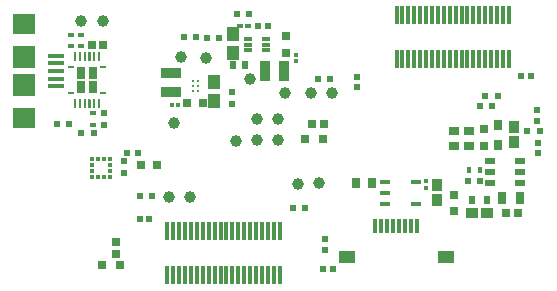
<source format=gtp>
G04*
G04 #@! TF.GenerationSoftware,Altium Limited,Altium Designer,23.3.1 (30)*
G04*
G04 Layer_Color=8421504*
%FSLAX44Y44*%
%MOMM*%
G71*
G04*
G04 #@! TF.SameCoordinates,0C8B1239-9648-4062-A48B-5DF8A2282461*
G04*
G04*
G04 #@! TF.FilePolarity,Positive*
G04*
G01*
G75*
%ADD18R,0.5250X0.2500*%
%ADD19R,0.8000X1.0000*%
%ADD20R,0.7000X0.8000*%
%ADD21R,0.4750X0.5000*%
%ADD22R,0.4682X0.4725*%
%ADD23C,1.0000*%
%ADD24R,0.5725X0.6153*%
%ADD25R,0.6000X0.5500*%
%ADD26R,0.7000X0.7000*%
%ADD27R,0.7000X0.7000*%
%ADD28R,1.0621X1.2578*%
%ADD29R,0.5000X0.6000*%
%ADD30R,0.5000X0.4500*%
%ADD31R,0.6600X0.3100*%
%ADD32R,0.5500X0.6500*%
%ADD33R,0.6000X0.5000*%
%ADD34R,0.9400X1.7300*%
%ADD35R,0.3000X0.3500*%
%ADD36R,0.3000X1.5000*%
%ADD37R,0.8500X0.7000*%
%ADD38R,0.6000X0.6000*%
%ADD39R,0.8000X0.9000*%
%ADD40R,0.9121X1.1311*%
%ADD41R,0.6000X0.5000*%
G04:AMPARAMS|DCode=42|XSize=0.55mm|YSize=0.8mm|CornerRadius=0.0495mm|HoleSize=0mm|Usage=FLASHONLY|Rotation=270.000|XOffset=0mm|YOffset=0mm|HoleType=Round|Shape=RoundedRectangle|*
%AMROUNDEDRECTD42*
21,1,0.5500,0.7010,0,0,270.0*
21,1,0.4510,0.8000,0,0,270.0*
1,1,0.0990,-0.3505,-0.2255*
1,1,0.0990,-0.3505,0.2255*
1,1,0.0990,0.3505,0.2255*
1,1,0.0990,0.3505,-0.2255*
%
%ADD42ROUNDEDRECTD42*%
%ADD43R,0.4000X0.6000*%
%ADD44R,0.5000X0.5000*%
%ADD45R,0.8000X1.0000*%
%ADD46R,0.6000X0.8000*%
%ADD47R,0.7154X0.6725*%
%ADD48R,1.1311X0.9121*%
%ADD49R,0.3000X1.2000*%
%ADD50R,1.4000X1.0000*%
%ADD51C,0.2300*%
%ADD52R,1.7300X0.9400*%
%ADD53R,0.3500X0.3000*%
%ADD54R,1.3500X0.4000*%
%ADD55R,1.9000X1.8000*%
%ADD56R,1.9000X1.9000*%
%ADD57R,0.6000X0.4000*%
%ADD58R,0.7596X0.7621*%
%ADD59R,0.5200X0.3200*%
%ADD60R,0.5000X0.5000*%
%ADD61R,0.3750X0.3500*%
%ADD62R,0.3500X0.3750*%
%ADD63R,0.6500X0.6500*%
%ADD64R,0.6500X0.6500*%
%ADD65R,0.8961X0.4572*%
%ADD66R,0.5500X0.6000*%
%ADD67R,0.7000X0.9000*%
G36*
X57000Y153500D02*
Y160500D01*
Y160699D01*
X57152Y161066D01*
X57434Y161348D01*
X57801Y161500D01*
X58000D01*
X58199D01*
X58566Y161348D01*
X58848Y161066D01*
X59000Y160699D01*
Y160500D01*
D01*
Y153500D01*
X57000D01*
D02*
G37*
G36*
X61000D02*
X61000Y160500D01*
Y160699D01*
X61152Y161066D01*
X61434Y161348D01*
X61801Y161500D01*
X62000D01*
X62199D01*
X62566Y161348D01*
X62848Y161066D01*
X63000Y160699D01*
Y160500D01*
D01*
Y153500D01*
X61000D01*
D02*
G37*
G36*
X65000D02*
Y160500D01*
Y160699D01*
X65152Y161066D01*
X65434Y161348D01*
X65801Y161500D01*
X66000D01*
X66199D01*
X66566Y161348D01*
X66848Y161066D01*
X67000Y160699D01*
Y160500D01*
D01*
Y153500D01*
X65000D01*
D02*
G37*
G36*
X69000D02*
Y160500D01*
Y160699D01*
X69152Y161066D01*
X69433Y161348D01*
X69801Y161500D01*
X70000D01*
X70199D01*
X70566Y161348D01*
X70848Y161066D01*
X71000Y160699D01*
Y160500D01*
D01*
Y153500D01*
X69000D01*
D02*
G37*
G36*
X73000D02*
Y160500D01*
Y160699D01*
X73152Y161066D01*
X73433Y161348D01*
X73801Y161500D01*
X74000D01*
X74199D01*
X74566Y161348D01*
X74848Y161066D01*
X75000Y160699D01*
Y160500D01*
X75000D01*
Y153500D01*
X73000D01*
D02*
G37*
G36*
X77000D02*
Y160500D01*
Y160699D01*
X77152Y161066D01*
X77434Y161348D01*
X77801Y161500D01*
X78000D01*
X78199D01*
X78566Y161348D01*
X78848Y161066D01*
X79000Y160699D01*
Y160500D01*
D01*
Y153500D01*
X77000D01*
D02*
G37*
G36*
X59000Y201000D02*
Y194000D01*
Y193801D01*
X58848Y193433D01*
X58566Y193152D01*
X58199Y193000D01*
X58000D01*
X57801D01*
X57434Y193152D01*
X57152Y193433D01*
X57000Y193801D01*
Y194000D01*
D01*
Y201000D01*
X59000D01*
D02*
G37*
G36*
X63000D02*
Y194000D01*
Y193801D01*
X62848Y193433D01*
X62566Y193152D01*
X62199Y193000D01*
X62000D01*
X61801D01*
X61434Y193152D01*
X61152Y193433D01*
X61000Y193801D01*
Y194000D01*
X61000D01*
Y201000D01*
X63000D01*
D02*
G37*
G36*
X67000D02*
Y194000D01*
Y193801D01*
X66848Y193433D01*
X66566Y193152D01*
X66199Y193000D01*
X66000D01*
X65801D01*
X65434Y193152D01*
X65152Y193433D01*
X65000Y193801D01*
Y194000D01*
D01*
Y201000D01*
X67000D01*
D02*
G37*
G36*
X71000D02*
Y194000D01*
Y193801D01*
X70848Y193433D01*
X70566Y193152D01*
X70199Y193000D01*
X70000D01*
X69801D01*
X69433Y193152D01*
X69152Y193433D01*
X69000Y193801D01*
Y194000D01*
D01*
Y201000D01*
X71000D01*
D02*
G37*
G36*
X75000D02*
X75000Y194000D01*
Y193801D01*
X74848Y193433D01*
X74566Y193152D01*
X74199Y193000D01*
X74000D01*
X73801D01*
X73433Y193152D01*
X73152Y193433D01*
X73000Y193801D01*
Y194000D01*
D01*
Y201000D01*
X75000D01*
D02*
G37*
G36*
X79000D02*
Y194000D01*
Y193801D01*
X78848Y193433D01*
X78566Y193152D01*
X78199Y193000D01*
X78000D01*
X77801D01*
X77434Y193152D01*
X77152Y193433D01*
X77000Y193801D01*
Y194000D01*
D01*
Y201000D01*
X79000D01*
D02*
G37*
D18*
X81625Y188250D02*
D03*
Y166250D02*
D03*
X54375Y188250D02*
D03*
Y166250D02*
D03*
D19*
X73000Y183250D02*
D03*
Y171250D02*
D03*
X63000Y183250D02*
D03*
Y171250D02*
D03*
D20*
X81000Y21000D02*
D03*
X96000D02*
D03*
X267500Y127500D02*
D03*
X252500D02*
D03*
D21*
X194875Y233000D02*
D03*
X205125D02*
D03*
X53000Y140000D02*
D03*
X42750D02*
D03*
X73500Y132250D02*
D03*
X63250D02*
D03*
D22*
X120543Y59500D02*
D03*
X112500D02*
D03*
X276021Y17500D02*
D03*
X267978D02*
D03*
D23*
X155250Y78500D02*
D03*
X137500D02*
D03*
X275500Y166000D02*
D03*
X257750Y166250D02*
D03*
X168750Y196250D02*
D03*
X147500Y196750D02*
D03*
X211500Y144250D02*
D03*
X229500Y144000D02*
D03*
X264500Y89750D02*
D03*
X246750Y89250D02*
D03*
X205750Y178000D02*
D03*
X235750Y166000D02*
D03*
X230000Y126250D02*
D03*
X212250D02*
D03*
X193750Y125750D02*
D03*
X141500Y140750D02*
D03*
X81250Y227000D02*
D03*
X62750D02*
D03*
D24*
X449750Y123786D02*
D03*
Y115214D02*
D03*
X448500Y151536D02*
D03*
Y142964D02*
D03*
X269500Y42286D02*
D03*
Y33714D02*
D03*
D25*
X212750Y222750D02*
D03*
X221250D02*
D03*
X443500Y180250D02*
D03*
X435000D02*
D03*
D26*
X166500Y157500D02*
D03*
X152500D02*
D03*
X113250Y105500D02*
D03*
X127250D02*
D03*
D27*
X236750Y214250D02*
D03*
Y200250D02*
D03*
X403750Y135500D02*
D03*
Y121500D02*
D03*
X378750Y80250D02*
D03*
Y66250D02*
D03*
D28*
X175750Y159528D02*
D03*
Y175572D02*
D03*
X191300Y216433D02*
D03*
Y200389D02*
D03*
D29*
X160000Y213250D02*
D03*
X150000D02*
D03*
X179750Y212500D02*
D03*
X169750D02*
D03*
X252500Y69250D02*
D03*
X242500D02*
D03*
X123000Y78750D02*
D03*
X113000D02*
D03*
X273250Y178500D02*
D03*
X263250D02*
D03*
D30*
X204250Y222750D02*
D03*
X197250D02*
D03*
D31*
X219150Y207250D02*
D03*
Y212250D02*
D03*
Y202250D02*
D03*
X204450Y212250D02*
D03*
Y207250D02*
D03*
Y202250D02*
D03*
D32*
X201750Y190250D02*
D03*
X191750D02*
D03*
D33*
X190750Y167000D02*
D03*
Y157000D02*
D03*
D34*
X235100Y185000D02*
D03*
X219000D02*
D03*
D35*
X244750Y198750D02*
D03*
Y193250D02*
D03*
X355250Y86000D02*
D03*
Y91500D02*
D03*
D36*
X420000Y232000D02*
D03*
X425000D02*
D03*
X405000D02*
D03*
X415000D02*
D03*
X410000D02*
D03*
X380000D02*
D03*
X385000D02*
D03*
X370000D02*
D03*
X375000D02*
D03*
X395000D02*
D03*
X400000D02*
D03*
X390000D02*
D03*
X420000Y195000D02*
D03*
X425000D02*
D03*
X415000D02*
D03*
X405000D02*
D03*
X410000D02*
D03*
X380000D02*
D03*
X385000D02*
D03*
X370000D02*
D03*
X375000D02*
D03*
X395000D02*
D03*
X400000D02*
D03*
X390000D02*
D03*
X360000Y232000D02*
D03*
X365000D02*
D03*
X345000D02*
D03*
X350000D02*
D03*
X355000D02*
D03*
X335000D02*
D03*
X340000D02*
D03*
X330000D02*
D03*
X355000Y195000D02*
D03*
X360000D02*
D03*
X345000D02*
D03*
X350000D02*
D03*
X365000D02*
D03*
X335000D02*
D03*
X330000D02*
D03*
X340000D02*
D03*
X226000Y49000D02*
D03*
X231000D02*
D03*
X211000D02*
D03*
X221000D02*
D03*
X216000D02*
D03*
X186000D02*
D03*
X191000D02*
D03*
X176000D02*
D03*
X181000D02*
D03*
X201000D02*
D03*
X206000D02*
D03*
X196000D02*
D03*
X226000Y12000D02*
D03*
X231000D02*
D03*
X221000D02*
D03*
X211000D02*
D03*
X216000D02*
D03*
X186000D02*
D03*
X191000D02*
D03*
X176000D02*
D03*
X181000D02*
D03*
X201000D02*
D03*
X206000D02*
D03*
X196000D02*
D03*
X166000Y49000D02*
D03*
X171000D02*
D03*
X151000D02*
D03*
X156000D02*
D03*
X161000D02*
D03*
X141000D02*
D03*
X146000D02*
D03*
X136000D02*
D03*
X161000Y12000D02*
D03*
X166000D02*
D03*
X151000D02*
D03*
X156000D02*
D03*
X171000D02*
D03*
X141000D02*
D03*
X136000D02*
D03*
X146000D02*
D03*
D37*
X379000Y133750D02*
D03*
Y121250D02*
D03*
X391250Y133750D02*
D03*
Y121250D02*
D03*
D38*
X415750Y164000D02*
D03*
X405250D02*
D03*
X410750Y155500D02*
D03*
X400250D02*
D03*
D39*
X416000Y139500D02*
D03*
Y122500D02*
D03*
D40*
X429250Y137810D02*
D03*
Y125000D02*
D03*
X364500Y88250D02*
D03*
Y75440D02*
D03*
D41*
X451750Y134250D02*
D03*
X440750D02*
D03*
D42*
X434250Y99500D02*
D03*
Y109000D02*
D03*
Y90000D02*
D03*
X408750Y99500D02*
D03*
Y109000D02*
D03*
Y90000D02*
D03*
D43*
X400250Y101000D02*
D03*
X391250D02*
D03*
D44*
X400750Y91500D02*
D03*
X390750D02*
D03*
X111500Y115750D02*
D03*
X101500D02*
D03*
D45*
X434500Y77000D02*
D03*
X419500D02*
D03*
D46*
X406750Y76000D02*
D03*
X393750D02*
D03*
D47*
X432500Y64500D02*
D03*
X422929D02*
D03*
D48*
X406905Y64750D02*
D03*
X394095D02*
D03*
D49*
X337000Y53500D02*
D03*
X347000D02*
D03*
X327000D02*
D03*
X322000D02*
D03*
X332000D02*
D03*
X342000D02*
D03*
X317000D02*
D03*
X312000D02*
D03*
D50*
X371500Y27000D02*
D03*
X288000D02*
D03*
D51*
X161500Y172250D02*
D03*
Y176250D02*
D03*
Y168250D02*
D03*
X157500Y176250D02*
D03*
Y172250D02*
D03*
Y168250D02*
D03*
D52*
X138750Y183250D02*
D03*
Y167150D02*
D03*
D53*
X145000Y156500D02*
D03*
X139500D02*
D03*
D54*
X41750Y198000D02*
D03*
Y191500D02*
D03*
Y178500D02*
D03*
Y185000D02*
D03*
Y172000D02*
D03*
D55*
X15000Y225000D02*
D03*
Y145000D02*
D03*
D56*
Y197000D02*
D03*
Y173000D02*
D03*
D57*
X54000Y215250D02*
D03*
Y206250D02*
D03*
X62750Y215000D02*
D03*
Y206000D02*
D03*
D58*
X81512Y207250D02*
D03*
X71988D02*
D03*
D59*
X73250Y149000D02*
D03*
Y139000D02*
D03*
D60*
X82250Y149000D02*
D03*
Y139000D02*
D03*
X99500Y108750D02*
D03*
Y98750D02*
D03*
D61*
X87625Y110375D02*
D03*
Y105375D02*
D03*
Y100375D02*
D03*
X72375D02*
D03*
X87625Y95375D02*
D03*
X72375D02*
D03*
Y105375D02*
D03*
Y110375D02*
D03*
D62*
X82500Y110500D02*
D03*
X77500D02*
D03*
X82500Y95250D02*
D03*
X77500D02*
D03*
D63*
X92500Y40000D02*
D03*
Y30000D02*
D03*
D64*
X268500Y139750D02*
D03*
X258500D02*
D03*
D65*
X346500Y91250D02*
D03*
Y72250D02*
D03*
X320521D02*
D03*
Y81750D02*
D03*
Y91250D02*
D03*
D66*
X296500Y171250D02*
D03*
Y179750D02*
D03*
D67*
X295500Y89750D02*
D03*
X309500D02*
D03*
M02*

</source>
